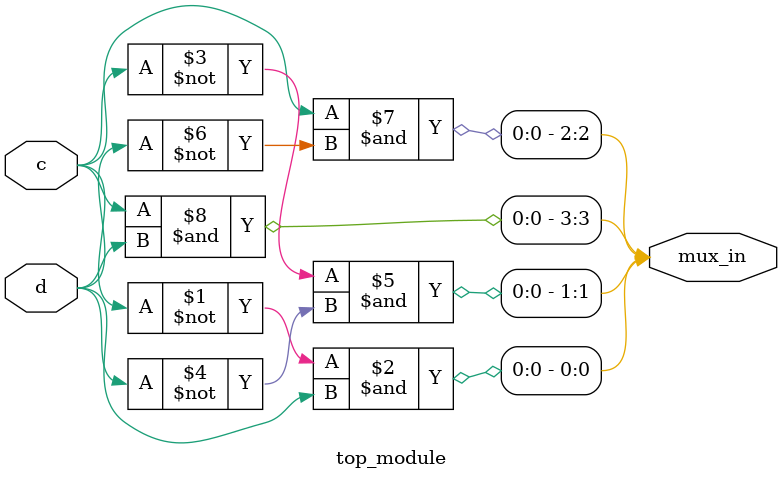
<source format=sv>
module top_module (
	input c,
	input d,
	output [3:0] mux_in
);

assign mux_in[0] = ~c & d;
assign mux_in[1] = ~c & ~d;
assign mux_in[2] = c & ~d;
assign mux_in[3] = c & d;

endmodule

</source>
